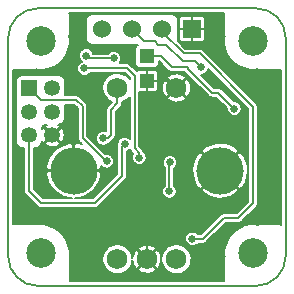
<source format=gtl>
G04 (created by PCBNEW (2013-02-04 BZR 3930)-testing) date Tue 05 Feb 2013 12:34:07 PM CET*
%MOIN*%
G04 Gerber Fmt 3.4, Leading zero omitted, Abs format*
%FSLAX34Y34*%
G01*
G70*
G90*
G04 APERTURE LIST*
%ADD10C,3.14961e-06*%
%ADD11C,0.00787402*%
%ADD12C,0.0688976*%
%ADD13C,0.15748*%
%ADD14O,0.15748X0.15748*%
%ADD15R,0.06X0.06*%
%ADD16C,0.06*%
%ADD17R,0.0531496X0.0531496*%
%ADD18C,0.0531496*%
%ADD19C,0.0984252*%
%ADD20R,0.0472X0.0472*%
%ADD21C,0.025*%
%ADD22C,0.008*%
G04 APERTURE END LIST*
G54D10*
G54D11*
X48129Y-33562D02*
X40846Y-33562D01*
X49114Y-41830D02*
X49114Y-34547D01*
X40846Y-42814D02*
X48129Y-42814D01*
X39862Y-34547D02*
X39862Y-41830D01*
X39862Y-41830D02*
G75*
G03X40846Y-42814I984J0D01*
G74*
G01*
X48129Y-42814D02*
G75*
G03X49114Y-41830I0J984D01*
G74*
G01*
X49114Y-34547D02*
G75*
G03X48129Y-33562I-984J0D01*
G74*
G01*
X40846Y-33562D02*
G75*
G03X39862Y-34547I0J-984D01*
G74*
G01*
G54D12*
X43503Y-41929D03*
X45472Y-41929D03*
X44488Y-41929D03*
X45472Y-36220D03*
X43503Y-36220D03*
G54D13*
X46929Y-38976D03*
G54D14*
X42047Y-38976D03*
G54D15*
X45988Y-34251D03*
G54D16*
X44988Y-34251D03*
X43988Y-34251D03*
X42988Y-34251D03*
G54D17*
X40551Y-36220D03*
G54D18*
X41338Y-36220D03*
X40551Y-37007D03*
X41338Y-37007D03*
X40551Y-37795D03*
X41338Y-37795D03*
G54D19*
X48031Y-34645D03*
X40944Y-41732D03*
X40944Y-34645D03*
X48031Y-41732D03*
G54D20*
X44488Y-35157D03*
X44488Y-35983D03*
G54D21*
X43031Y-37893D03*
X43149Y-38661D03*
X42401Y-35570D03*
X44232Y-38543D03*
X45255Y-38700D03*
X45236Y-39665D03*
X46299Y-35531D03*
X43740Y-38090D03*
X43937Y-38956D03*
X47401Y-36909D03*
X43385Y-35236D03*
X42460Y-35137D03*
X46000Y-41248D03*
G54D22*
X43503Y-36732D02*
X43287Y-36948D01*
X43287Y-36948D02*
X43287Y-37795D01*
X43503Y-36220D02*
X43503Y-36732D01*
X43188Y-37893D02*
X43287Y-37795D01*
X43031Y-37893D02*
X43188Y-37893D01*
X42342Y-37893D02*
X43110Y-38661D01*
X42342Y-36830D02*
X42342Y-37893D01*
X42125Y-36614D02*
X42342Y-36830D01*
X40944Y-36614D02*
X42125Y-36614D01*
X40944Y-36614D02*
X40551Y-36220D01*
X43110Y-38661D02*
X43149Y-38661D01*
X44074Y-38228D02*
X44232Y-38385D01*
X44074Y-35807D02*
X44074Y-38228D01*
X43818Y-35551D02*
X44074Y-35807D01*
X42421Y-35551D02*
X43818Y-35551D01*
X42401Y-35570D02*
X42421Y-35551D01*
X44232Y-38385D02*
X44232Y-38543D01*
X45236Y-38720D02*
X45255Y-38700D01*
X45236Y-39665D02*
X45236Y-38720D01*
X45137Y-34783D02*
X44862Y-34783D01*
X45137Y-34783D02*
X45688Y-35334D01*
X45688Y-35334D02*
X46102Y-35334D01*
X46102Y-35334D02*
X46299Y-35531D01*
X44401Y-34665D02*
X43988Y-34251D01*
X44744Y-34665D02*
X44401Y-34665D01*
X44862Y-34783D02*
X44744Y-34665D01*
X40551Y-39645D02*
X40551Y-37795D01*
X40964Y-40059D02*
X40551Y-39645D01*
X42755Y-40059D02*
X40964Y-40059D01*
X43661Y-39153D02*
X42755Y-40059D01*
X43661Y-38169D02*
X43661Y-39153D01*
X43740Y-38090D02*
X43661Y-38169D01*
X44488Y-35983D02*
X45235Y-35983D01*
X45235Y-35983D02*
X45472Y-36220D01*
X44488Y-38956D02*
X43937Y-38956D01*
X45374Y-36318D02*
X45472Y-36220D01*
X44488Y-41929D02*
X44488Y-38956D01*
X44488Y-38956D02*
X44488Y-37204D01*
X44488Y-37204D02*
X45472Y-36220D01*
X47401Y-36909D02*
X47401Y-36909D01*
X46653Y-36377D02*
X46870Y-36377D01*
X46870Y-36377D02*
X47401Y-36909D01*
X45905Y-35629D02*
X45807Y-35531D01*
X45905Y-35629D02*
X46653Y-36377D01*
X44941Y-35157D02*
X44488Y-35157D01*
X45314Y-35531D02*
X44941Y-35157D01*
X45807Y-35531D02*
X45314Y-35531D01*
X42559Y-35236D02*
X43385Y-35236D01*
X42460Y-35137D02*
X42559Y-35236D01*
X46250Y-35068D02*
X45706Y-35068D01*
X45706Y-35068D02*
X44988Y-34350D01*
X46350Y-41248D02*
X47047Y-40551D01*
X48031Y-36850D02*
X46250Y-35068D01*
X47047Y-40551D02*
X47539Y-40551D01*
X47539Y-40551D02*
X48031Y-40059D01*
X48031Y-40059D02*
X48031Y-36850D01*
X46000Y-41248D02*
X46350Y-41248D01*
G54D10*
G36*
X48956Y-40771D02*
X48919Y-40767D01*
X48226Y-40767D01*
X48190Y-40771D01*
X48190Y-40059D01*
X48190Y-36850D01*
X48189Y-36835D01*
X48188Y-36821D01*
X48187Y-36820D01*
X48187Y-36819D01*
X48183Y-36805D01*
X48179Y-36791D01*
X48179Y-36790D01*
X48178Y-36789D01*
X48171Y-36776D01*
X48165Y-36763D01*
X48164Y-36762D01*
X48164Y-36762D01*
X48154Y-36750D01*
X48145Y-36739D01*
X48144Y-36738D01*
X48144Y-36738D01*
X48144Y-36738D01*
X48144Y-36737D01*
X46426Y-35019D01*
X46426Y-34539D01*
X46426Y-33964D01*
X46425Y-33937D01*
X46420Y-33911D01*
X46409Y-33886D01*
X46394Y-33863D01*
X46375Y-33844D01*
X46353Y-33829D01*
X46328Y-33819D01*
X46301Y-33814D01*
X46032Y-33814D01*
X45998Y-33848D01*
X45998Y-34242D01*
X46391Y-34242D01*
X46425Y-34207D01*
X46426Y-33964D01*
X46426Y-34539D01*
X46425Y-34296D01*
X46391Y-34261D01*
X45998Y-34261D01*
X45998Y-34655D01*
X46032Y-34689D01*
X46301Y-34689D01*
X46328Y-34684D01*
X46353Y-34674D01*
X46375Y-34659D01*
X46394Y-34640D01*
X46409Y-34617D01*
X46420Y-34592D01*
X46425Y-34566D01*
X46426Y-34539D01*
X46426Y-35019D01*
X46362Y-34956D01*
X46351Y-34946D01*
X46340Y-34937D01*
X46339Y-34936D01*
X46338Y-34936D01*
X46325Y-34929D01*
X46312Y-34922D01*
X46311Y-34922D01*
X46311Y-34921D01*
X46297Y-34917D01*
X46283Y-34913D01*
X46282Y-34912D01*
X46281Y-34912D01*
X46266Y-34911D01*
X46252Y-34909D01*
X46250Y-34909D01*
X46250Y-34909D01*
X46250Y-34909D01*
X46250Y-34909D01*
X45978Y-34909D01*
X45978Y-34655D01*
X45978Y-34261D01*
X45978Y-34242D01*
X45978Y-33848D01*
X45943Y-33814D01*
X45674Y-33814D01*
X45648Y-33819D01*
X45623Y-33829D01*
X45600Y-33844D01*
X45581Y-33863D01*
X45566Y-33886D01*
X45555Y-33911D01*
X45550Y-33937D01*
X45550Y-33964D01*
X45550Y-34207D01*
X45584Y-34242D01*
X45978Y-34242D01*
X45978Y-34261D01*
X45584Y-34261D01*
X45550Y-34296D01*
X45550Y-34539D01*
X45550Y-34566D01*
X45555Y-34592D01*
X45566Y-34617D01*
X45581Y-34640D01*
X45600Y-34659D01*
X45623Y-34674D01*
X45648Y-34684D01*
X45674Y-34689D01*
X45943Y-34689D01*
X45978Y-34655D01*
X45978Y-34909D01*
X45772Y-34909D01*
X45509Y-34646D01*
X45513Y-34637D01*
X45527Y-34593D01*
X45531Y-34549D01*
X45531Y-33994D01*
X45527Y-33949D01*
X45513Y-33905D01*
X45491Y-33864D01*
X45462Y-33828D01*
X45426Y-33799D01*
X45385Y-33777D01*
X45341Y-33764D01*
X45297Y-33759D01*
X42675Y-33759D01*
X42631Y-33764D01*
X42586Y-33777D01*
X42545Y-33799D01*
X42509Y-33828D01*
X42480Y-33864D01*
X42458Y-33905D01*
X42445Y-33949D01*
X42440Y-33994D01*
X42440Y-34549D01*
X42445Y-34593D01*
X42458Y-34637D01*
X42480Y-34678D01*
X42509Y-34714D01*
X42545Y-34743D01*
X42586Y-34765D01*
X42631Y-34779D01*
X42675Y-34783D01*
X44175Y-34783D01*
X44152Y-34799D01*
X44130Y-34820D01*
X44112Y-34846D01*
X44101Y-34875D01*
X44094Y-34905D01*
X44094Y-34936D01*
X44094Y-35409D01*
X44100Y-35439D01*
X44112Y-35468D01*
X44129Y-35493D01*
X44151Y-35515D01*
X44176Y-35533D01*
X44205Y-35545D01*
X44235Y-35551D01*
X44266Y-35551D01*
X44739Y-35551D01*
X44769Y-35545D01*
X44798Y-35533D01*
X44824Y-35516D01*
X44846Y-35494D01*
X44863Y-35469D01*
X44875Y-35440D01*
X44881Y-35410D01*
X44881Y-35379D01*
X44881Y-35323D01*
X45202Y-35644D01*
X45213Y-35653D01*
X45224Y-35662D01*
X45225Y-35663D01*
X45226Y-35663D01*
X45239Y-35670D01*
X45252Y-35677D01*
X45252Y-35678D01*
X45253Y-35678D01*
X45267Y-35682D01*
X45281Y-35687D01*
X45282Y-35687D01*
X45283Y-35687D01*
X45298Y-35689D01*
X45312Y-35690D01*
X45314Y-35690D01*
X45314Y-35690D01*
X45314Y-35690D01*
X45314Y-35690D01*
X45741Y-35690D01*
X45792Y-35742D01*
X46540Y-36490D01*
X46552Y-36499D01*
X46563Y-36509D01*
X46564Y-36509D01*
X46564Y-36510D01*
X46577Y-36517D01*
X46590Y-36524D01*
X46591Y-36524D01*
X46592Y-36525D01*
X46606Y-36529D01*
X46620Y-36533D01*
X46621Y-36533D01*
X46622Y-36534D01*
X46636Y-36535D01*
X46651Y-36537D01*
X46652Y-36537D01*
X46652Y-36537D01*
X46653Y-36537D01*
X46653Y-36537D01*
X46804Y-36537D01*
X47157Y-36890D01*
X47156Y-36929D01*
X47165Y-36977D01*
X47183Y-37021D01*
X47209Y-37061D01*
X47242Y-37096D01*
X47281Y-37123D01*
X47325Y-37142D01*
X47372Y-37153D01*
X47420Y-37154D01*
X47467Y-37145D01*
X47512Y-37128D01*
X47552Y-37102D01*
X47587Y-37069D01*
X47615Y-37030D01*
X47634Y-36986D01*
X47645Y-36940D01*
X47645Y-36885D01*
X47636Y-36838D01*
X47618Y-36794D01*
X47591Y-36754D01*
X47558Y-36720D01*
X47518Y-36693D01*
X47474Y-36674D01*
X47427Y-36665D01*
X47382Y-36664D01*
X46982Y-36265D01*
X46971Y-36255D01*
X46960Y-36246D01*
X46959Y-36246D01*
X46958Y-36245D01*
X46945Y-36238D01*
X46932Y-36231D01*
X46932Y-36231D01*
X46931Y-36230D01*
X46917Y-36226D01*
X46903Y-36222D01*
X46902Y-36221D01*
X46901Y-36221D01*
X46886Y-36220D01*
X46872Y-36218D01*
X46870Y-36218D01*
X46870Y-36218D01*
X46870Y-36218D01*
X46870Y-36218D01*
X46719Y-36218D01*
X46276Y-35775D01*
X46318Y-35776D01*
X46365Y-35768D01*
X46409Y-35750D01*
X46450Y-35724D01*
X46485Y-35691D01*
X46512Y-35652D01*
X46532Y-35609D01*
X46538Y-35582D01*
X47872Y-36916D01*
X47872Y-39993D01*
X47858Y-40006D01*
X47858Y-39005D01*
X47846Y-38824D01*
X47799Y-38649D01*
X47719Y-38486D01*
X47686Y-38437D01*
X47569Y-38350D01*
X47555Y-38364D01*
X47555Y-38336D01*
X47467Y-38218D01*
X47310Y-38128D01*
X47138Y-38070D01*
X46958Y-38047D01*
X46777Y-38059D01*
X46601Y-38106D01*
X46439Y-38186D01*
X46390Y-38218D01*
X46303Y-38336D01*
X46929Y-38962D01*
X47555Y-38336D01*
X47555Y-38364D01*
X46943Y-38976D01*
X47569Y-39602D01*
X47686Y-39514D01*
X47777Y-39357D01*
X47835Y-39185D01*
X47858Y-39005D01*
X47858Y-40006D01*
X47555Y-40310D01*
X47555Y-39616D01*
X46929Y-38990D01*
X46915Y-39004D01*
X46915Y-38976D01*
X46289Y-38350D01*
X46171Y-38437D01*
X46081Y-38595D01*
X46023Y-38767D01*
X45999Y-38947D01*
X46011Y-39128D01*
X46058Y-39303D01*
X46139Y-39466D01*
X46171Y-39514D01*
X46289Y-39602D01*
X46915Y-38976D01*
X46915Y-39004D01*
X46303Y-39616D01*
X46390Y-39734D01*
X46548Y-39824D01*
X46720Y-39882D01*
X46900Y-39905D01*
X47081Y-39893D01*
X47256Y-39846D01*
X47419Y-39766D01*
X47467Y-39734D01*
X47555Y-39616D01*
X47555Y-40310D01*
X47473Y-40391D01*
X47047Y-40391D01*
X47032Y-40393D01*
X47017Y-40394D01*
X47017Y-40394D01*
X47016Y-40394D01*
X47002Y-40399D01*
X46988Y-40403D01*
X46987Y-40403D01*
X46986Y-40403D01*
X46973Y-40410D01*
X46960Y-40417D01*
X46959Y-40418D01*
X46959Y-40418D01*
X46947Y-40427D01*
X46936Y-40436D01*
X46934Y-40438D01*
X46934Y-40438D01*
X46934Y-40438D01*
X46934Y-40438D01*
X46283Y-41089D01*
X46186Y-41089D01*
X46156Y-41059D01*
X46116Y-41032D01*
X46072Y-41013D01*
X46025Y-41004D01*
X45977Y-41003D01*
X45956Y-41007D01*
X45956Y-36230D01*
X45949Y-36136D01*
X45924Y-36045D01*
X45881Y-35961D01*
X45870Y-35943D01*
X45797Y-35909D01*
X45783Y-35923D01*
X45783Y-35895D01*
X45749Y-35822D01*
X45666Y-35776D01*
X45576Y-35747D01*
X45482Y-35735D01*
X45388Y-35743D01*
X45297Y-35768D01*
X45213Y-35811D01*
X45195Y-35822D01*
X45161Y-35895D01*
X45472Y-36206D01*
X45783Y-35895D01*
X45783Y-35923D01*
X45486Y-36220D01*
X45797Y-36531D01*
X45870Y-36497D01*
X45916Y-36414D01*
X45945Y-36324D01*
X45956Y-36230D01*
X45956Y-41007D01*
X45930Y-41012D01*
X45886Y-41030D01*
X45846Y-41057D01*
X45811Y-41090D01*
X45784Y-41130D01*
X45783Y-41132D01*
X45783Y-36545D01*
X45472Y-36234D01*
X45458Y-36248D01*
X45458Y-36220D01*
X45147Y-35909D01*
X45074Y-35943D01*
X45028Y-36026D01*
X44999Y-36116D01*
X44987Y-36210D01*
X44995Y-36304D01*
X45020Y-36395D01*
X45063Y-36479D01*
X45074Y-36497D01*
X45147Y-36531D01*
X45458Y-36220D01*
X45458Y-36248D01*
X45161Y-36545D01*
X45195Y-36618D01*
X45278Y-36664D01*
X45368Y-36693D01*
X45461Y-36704D01*
X45556Y-36697D01*
X45647Y-36672D01*
X45731Y-36629D01*
X45749Y-36618D01*
X45783Y-36545D01*
X45783Y-41132D01*
X45765Y-41174D01*
X45755Y-41221D01*
X45755Y-41268D01*
X45763Y-41316D01*
X45781Y-41360D01*
X45807Y-41400D01*
X45840Y-41435D01*
X45880Y-41462D01*
X45924Y-41481D01*
X45970Y-41492D01*
X46018Y-41493D01*
X46066Y-41484D01*
X46110Y-41467D01*
X46151Y-41441D01*
X46185Y-41408D01*
X46186Y-41407D01*
X46350Y-41407D01*
X46364Y-41406D01*
X46379Y-41405D01*
X46380Y-41404D01*
X46380Y-41404D01*
X46395Y-41400D01*
X46409Y-41396D01*
X46409Y-41396D01*
X46410Y-41395D01*
X46423Y-41388D01*
X46436Y-41382D01*
X46437Y-41381D01*
X46438Y-41381D01*
X46449Y-41371D01*
X46461Y-41362D01*
X46462Y-41361D01*
X46462Y-41361D01*
X46462Y-41361D01*
X46462Y-41361D01*
X47113Y-40710D01*
X47539Y-40710D01*
X47554Y-40709D01*
X47568Y-40707D01*
X47569Y-40707D01*
X47570Y-40707D01*
X47584Y-40703D01*
X47598Y-40699D01*
X47599Y-40698D01*
X47600Y-40698D01*
X47613Y-40691D01*
X47626Y-40684D01*
X47626Y-40684D01*
X47627Y-40683D01*
X47638Y-40674D01*
X47650Y-40665D01*
X47651Y-40664D01*
X47651Y-40664D01*
X47651Y-40664D01*
X47652Y-40663D01*
X48144Y-40171D01*
X48153Y-40160D01*
X48162Y-40149D01*
X48163Y-40148D01*
X48163Y-40147D01*
X48170Y-40134D01*
X48177Y-40121D01*
X48178Y-40121D01*
X48178Y-40120D01*
X48182Y-40106D01*
X48187Y-40092D01*
X48187Y-40091D01*
X48187Y-40090D01*
X48189Y-40075D01*
X48190Y-40061D01*
X48190Y-40059D01*
X48190Y-40059D01*
X48190Y-40059D01*
X48190Y-40059D01*
X48190Y-40771D01*
X48182Y-40772D01*
X48169Y-40775D01*
X48132Y-40768D01*
X47943Y-40767D01*
X47757Y-40802D01*
X47582Y-40873D01*
X47424Y-40976D01*
X47289Y-41109D01*
X47182Y-41265D01*
X47107Y-41439D01*
X47068Y-41624D01*
X47065Y-41813D01*
X47075Y-41868D01*
X47071Y-41883D01*
X47066Y-41927D01*
X47066Y-42620D01*
X47070Y-42657D01*
X45974Y-42657D01*
X45974Y-41879D01*
X45955Y-41783D01*
X45917Y-41692D01*
X45863Y-41610D01*
X45793Y-41540D01*
X45712Y-41485D01*
X45621Y-41447D01*
X45525Y-41427D01*
X45500Y-41427D01*
X45500Y-38676D01*
X45490Y-38629D01*
X45472Y-38585D01*
X45446Y-38545D01*
X45412Y-38511D01*
X45372Y-38484D01*
X45328Y-38466D01*
X45281Y-38456D01*
X45233Y-38456D01*
X45186Y-38465D01*
X45142Y-38483D01*
X45102Y-38509D01*
X45067Y-38542D01*
X45040Y-38582D01*
X45021Y-38626D01*
X45011Y-38673D01*
X45011Y-38721D01*
X45019Y-38768D01*
X45037Y-38813D01*
X45063Y-38853D01*
X45076Y-38867D01*
X45076Y-39479D01*
X45048Y-39507D01*
X45021Y-39547D01*
X45002Y-39591D01*
X44992Y-39637D01*
X44991Y-39685D01*
X45000Y-39733D01*
X45017Y-39777D01*
X45043Y-39817D01*
X45077Y-39852D01*
X45116Y-39879D01*
X45160Y-39898D01*
X45207Y-39909D01*
X45255Y-39910D01*
X45302Y-39901D01*
X45346Y-39884D01*
X45387Y-39858D01*
X45422Y-39825D01*
X45449Y-39786D01*
X45469Y-39742D01*
X45479Y-39696D01*
X45480Y-39641D01*
X45471Y-39594D01*
X45453Y-39550D01*
X45426Y-39510D01*
X45395Y-39479D01*
X45395Y-38901D01*
X45407Y-38894D01*
X45441Y-38861D01*
X45469Y-38822D01*
X45488Y-38778D01*
X45499Y-38731D01*
X45500Y-38676D01*
X45500Y-41427D01*
X45426Y-41426D01*
X45330Y-41445D01*
X45238Y-41482D01*
X45156Y-41536D01*
X45086Y-41604D01*
X45030Y-41686D01*
X44991Y-41776D01*
X44971Y-41872D01*
X44970Y-41912D01*
X44965Y-41845D01*
X44940Y-41754D01*
X44897Y-41669D01*
X44885Y-41652D01*
X44861Y-41640D01*
X44861Y-36233D01*
X44861Y-35734D01*
X44856Y-35707D01*
X44846Y-35682D01*
X44831Y-35660D01*
X44812Y-35641D01*
X44790Y-35626D01*
X44765Y-35615D01*
X44738Y-35610D01*
X44711Y-35609D01*
X44532Y-35610D01*
X44498Y-35644D01*
X44498Y-35974D01*
X44827Y-35974D01*
X44861Y-35939D01*
X44861Y-35734D01*
X44861Y-36233D01*
X44861Y-36028D01*
X44827Y-35993D01*
X44498Y-35993D01*
X44498Y-36323D01*
X44532Y-36357D01*
X44711Y-36357D01*
X44738Y-36357D01*
X44765Y-36352D01*
X44790Y-36341D01*
X44812Y-36326D01*
X44831Y-36307D01*
X44846Y-36284D01*
X44856Y-36259D01*
X44861Y-36233D01*
X44861Y-41640D01*
X44813Y-41617D01*
X44799Y-41631D01*
X44799Y-41603D01*
X44765Y-41531D01*
X44682Y-41485D01*
X44592Y-41455D01*
X44498Y-41444D01*
X44478Y-41446D01*
X44478Y-36033D01*
X44478Y-35934D01*
X44478Y-35934D01*
X44478Y-35644D01*
X44443Y-35610D01*
X44264Y-35609D01*
X44237Y-35610D01*
X44211Y-35615D01*
X44186Y-35626D01*
X44163Y-35641D01*
X44149Y-35656D01*
X43931Y-35438D01*
X43920Y-35429D01*
X43908Y-35419D01*
X43908Y-35419D01*
X43907Y-35418D01*
X43894Y-35411D01*
X43881Y-35404D01*
X43880Y-35404D01*
X43880Y-35404D01*
X43866Y-35399D01*
X43852Y-35395D01*
X43851Y-35395D01*
X43850Y-35394D01*
X43835Y-35393D01*
X43821Y-35391D01*
X43819Y-35391D01*
X43819Y-35391D01*
X43819Y-35391D01*
X43818Y-35391D01*
X43575Y-35391D01*
X43599Y-35357D01*
X43618Y-35313D01*
X43629Y-35266D01*
X43630Y-35212D01*
X43620Y-35165D01*
X43602Y-35120D01*
X43576Y-35081D01*
X43542Y-35047D01*
X43502Y-35020D01*
X43458Y-35001D01*
X43411Y-34992D01*
X43363Y-34991D01*
X43316Y-35000D01*
X43272Y-35018D01*
X43231Y-35044D01*
X43199Y-35076D01*
X42697Y-35076D01*
X42695Y-35066D01*
X42677Y-35022D01*
X42650Y-34982D01*
X42617Y-34948D01*
X42577Y-34921D01*
X42533Y-34903D01*
X42486Y-34893D01*
X42438Y-34893D01*
X42391Y-34902D01*
X42346Y-34920D01*
X42306Y-34946D01*
X42272Y-34979D01*
X42245Y-35019D01*
X42226Y-35063D01*
X42216Y-35110D01*
X42215Y-35158D01*
X42224Y-35205D01*
X42242Y-35250D01*
X42268Y-35290D01*
X42301Y-35324D01*
X42322Y-35339D01*
X42287Y-35353D01*
X42247Y-35379D01*
X42213Y-35413D01*
X42186Y-35452D01*
X42167Y-35496D01*
X42157Y-35543D01*
X42156Y-35591D01*
X42165Y-35638D01*
X42183Y-35683D01*
X42209Y-35723D01*
X42242Y-35757D01*
X42281Y-35785D01*
X42325Y-35804D01*
X42372Y-35814D01*
X42420Y-35815D01*
X42467Y-35807D01*
X42512Y-35790D01*
X42552Y-35764D01*
X42587Y-35731D01*
X42602Y-35710D01*
X43752Y-35710D01*
X43915Y-35873D01*
X43915Y-35932D01*
X43894Y-35901D01*
X43825Y-35831D01*
X43743Y-35776D01*
X43653Y-35738D01*
X43556Y-35718D01*
X43458Y-35718D01*
X43361Y-35736D01*
X43270Y-35773D01*
X43187Y-35827D01*
X43117Y-35896D01*
X43061Y-35977D01*
X43023Y-36067D01*
X43002Y-36164D01*
X43001Y-36262D01*
X43019Y-36359D01*
X43055Y-36451D01*
X43108Y-36533D01*
X43177Y-36604D01*
X43257Y-36660D01*
X43322Y-36688D01*
X43174Y-36836D01*
X43165Y-36847D01*
X43155Y-36858D01*
X43155Y-36859D01*
X43154Y-36860D01*
X43148Y-36873D01*
X43140Y-36886D01*
X43140Y-36886D01*
X43140Y-36887D01*
X43135Y-36901D01*
X43131Y-36915D01*
X43131Y-36916D01*
X43131Y-36917D01*
X43129Y-36931D01*
X43128Y-36946D01*
X43128Y-36948D01*
X43128Y-36948D01*
X43128Y-36948D01*
X43128Y-36948D01*
X43128Y-37669D01*
X43104Y-37659D01*
X43057Y-37649D01*
X43009Y-37649D01*
X42962Y-37658D01*
X42917Y-37676D01*
X42877Y-37702D01*
X42843Y-37735D01*
X42816Y-37775D01*
X42797Y-37819D01*
X42787Y-37866D01*
X42786Y-37914D01*
X42795Y-37961D01*
X42813Y-38005D01*
X42839Y-38046D01*
X42872Y-38080D01*
X42911Y-38108D01*
X42955Y-38127D01*
X43002Y-38137D01*
X43050Y-38138D01*
X43097Y-38130D01*
X43142Y-38112D01*
X43182Y-38087D01*
X43217Y-38054D01*
X43220Y-38049D01*
X43234Y-38045D01*
X43248Y-38041D01*
X43248Y-38041D01*
X43249Y-38041D01*
X43262Y-38034D01*
X43275Y-38027D01*
X43276Y-38026D01*
X43277Y-38026D01*
X43288Y-38017D01*
X43300Y-38007D01*
X43301Y-38006D01*
X43301Y-38006D01*
X43301Y-38006D01*
X43301Y-38006D01*
X43400Y-37907D01*
X43409Y-37896D01*
X43418Y-37885D01*
X43419Y-37884D01*
X43419Y-37883D01*
X43426Y-37870D01*
X43433Y-37858D01*
X43434Y-37857D01*
X43434Y-37856D01*
X43438Y-37842D01*
X43443Y-37828D01*
X43443Y-37827D01*
X43443Y-37826D01*
X43445Y-37812D01*
X43446Y-37797D01*
X43446Y-37795D01*
X43446Y-37795D01*
X43446Y-37795D01*
X43446Y-37795D01*
X43446Y-37014D01*
X43616Y-36844D01*
X43625Y-36833D01*
X43635Y-36822D01*
X43635Y-36821D01*
X43636Y-36820D01*
X43643Y-36807D01*
X43650Y-36795D01*
X43650Y-36794D01*
X43651Y-36793D01*
X43655Y-36779D01*
X43659Y-36765D01*
X43659Y-36764D01*
X43660Y-36763D01*
X43661Y-36749D01*
X43663Y-36734D01*
X43663Y-36732D01*
X43663Y-36732D01*
X43663Y-36732D01*
X43663Y-36732D01*
X43663Y-36697D01*
X43731Y-36670D01*
X43814Y-36617D01*
X43885Y-36550D01*
X43915Y-36507D01*
X43915Y-37920D01*
X43896Y-37901D01*
X43856Y-37874D01*
X43812Y-37855D01*
X43765Y-37846D01*
X43717Y-37846D01*
X43670Y-37854D01*
X43626Y-37872D01*
X43586Y-37899D01*
X43552Y-37932D01*
X43524Y-37972D01*
X43506Y-38016D01*
X43496Y-38063D01*
X43495Y-38111D01*
X43503Y-38154D01*
X43502Y-38167D01*
X43502Y-38168D01*
X43502Y-38168D01*
X43502Y-38168D01*
X43502Y-38169D01*
X43502Y-39087D01*
X42959Y-39630D01*
X42689Y-39899D01*
X42096Y-39899D01*
X42096Y-39872D01*
X42201Y-39888D01*
X42375Y-39841D01*
X42537Y-39760D01*
X42680Y-39650D01*
X42799Y-39514D01*
X42889Y-39358D01*
X42948Y-39187D01*
X42959Y-39130D01*
X42937Y-38986D01*
X42096Y-38986D01*
X42096Y-38985D01*
X42037Y-38985D01*
X42037Y-38966D01*
X42037Y-38085D01*
X41892Y-38064D01*
X41744Y-38104D01*
X41744Y-37802D01*
X41737Y-37723D01*
X41716Y-37647D01*
X41680Y-37576D01*
X41672Y-37564D01*
X41607Y-37539D01*
X41352Y-37795D01*
X41607Y-38050D01*
X41672Y-38025D01*
X41710Y-37956D01*
X41734Y-37881D01*
X41744Y-37802D01*
X41744Y-38104D01*
X41718Y-38111D01*
X41593Y-38173D01*
X41593Y-38064D01*
X41338Y-37809D01*
X41083Y-38064D01*
X41108Y-38129D01*
X41177Y-38167D01*
X41252Y-38191D01*
X41331Y-38200D01*
X41410Y-38194D01*
X41486Y-38172D01*
X41556Y-38136D01*
X41568Y-38129D01*
X41593Y-38064D01*
X41593Y-38173D01*
X41556Y-38191D01*
X41413Y-38302D01*
X41294Y-38437D01*
X41204Y-38594D01*
X41146Y-38765D01*
X41135Y-38821D01*
X41156Y-38966D01*
X42037Y-38966D01*
X42037Y-38985D01*
X41997Y-38985D01*
X41997Y-38986D01*
X41156Y-38986D01*
X41135Y-39130D01*
X41146Y-39187D01*
X41204Y-39358D01*
X41294Y-39514D01*
X41413Y-39650D01*
X41556Y-39760D01*
X41718Y-39841D01*
X41892Y-39888D01*
X41997Y-39872D01*
X41997Y-39899D01*
X41030Y-39899D01*
X40710Y-39579D01*
X40710Y-38228D01*
X40749Y-38228D01*
X40794Y-38223D01*
X40838Y-38210D01*
X40879Y-38188D01*
X40915Y-38159D01*
X40944Y-38123D01*
X40966Y-38082D01*
X40979Y-38038D01*
X40984Y-37994D01*
X40984Y-37988D01*
X40996Y-38013D01*
X41004Y-38025D01*
X41069Y-38050D01*
X41324Y-37795D01*
X41069Y-37539D01*
X41004Y-37564D01*
X40984Y-37602D01*
X40984Y-37600D01*
X40987Y-37567D01*
X40996Y-37538D01*
X41010Y-37511D01*
X41030Y-37487D01*
X41054Y-37467D01*
X41081Y-37453D01*
X41111Y-37444D01*
X41143Y-37440D01*
X41145Y-37440D01*
X41120Y-37453D01*
X41108Y-37461D01*
X41083Y-37526D01*
X41338Y-37781D01*
X41593Y-37526D01*
X41568Y-37461D01*
X41531Y-37440D01*
X41537Y-37440D01*
X41581Y-37436D01*
X41625Y-37423D01*
X41666Y-37401D01*
X41702Y-37371D01*
X41732Y-37336D01*
X41753Y-37295D01*
X41767Y-37250D01*
X41771Y-37206D01*
X41771Y-36773D01*
X42059Y-36773D01*
X42183Y-36896D01*
X42183Y-37893D01*
X42184Y-37908D01*
X42185Y-37923D01*
X42186Y-37923D01*
X42186Y-37924D01*
X42190Y-37938D01*
X42194Y-37952D01*
X42194Y-37953D01*
X42195Y-37954D01*
X42202Y-37967D01*
X42208Y-37980D01*
X42209Y-37981D01*
X42209Y-37981D01*
X42219Y-37993D01*
X42228Y-38004D01*
X42229Y-38005D01*
X42229Y-38005D01*
X42229Y-38006D01*
X42229Y-38006D01*
X42319Y-38096D01*
X42201Y-38064D01*
X42057Y-38085D01*
X42057Y-38966D01*
X42937Y-38966D01*
X42959Y-38821D01*
X42958Y-38814D01*
X42990Y-38848D01*
X43029Y-38875D01*
X43073Y-38894D01*
X43120Y-38905D01*
X43168Y-38906D01*
X43215Y-38897D01*
X43260Y-38880D01*
X43300Y-38854D01*
X43335Y-38821D01*
X43363Y-38782D01*
X43382Y-38738D01*
X43393Y-38692D01*
X43393Y-38637D01*
X43384Y-38590D01*
X43366Y-38546D01*
X43339Y-38506D01*
X43306Y-38472D01*
X43266Y-38445D01*
X43222Y-38426D01*
X43175Y-38417D01*
X43127Y-38416D01*
X43096Y-38422D01*
X42501Y-37827D01*
X42501Y-36830D01*
X42500Y-36816D01*
X42499Y-36801D01*
X42498Y-36800D01*
X42498Y-36799D01*
X42494Y-36785D01*
X42490Y-36771D01*
X42490Y-36770D01*
X42489Y-36769D01*
X42482Y-36756D01*
X42476Y-36743D01*
X42475Y-36743D01*
X42475Y-36742D01*
X42465Y-36731D01*
X42456Y-36719D01*
X42455Y-36718D01*
X42455Y-36718D01*
X42455Y-36718D01*
X42455Y-36718D01*
X42238Y-36501D01*
X42227Y-36492D01*
X42216Y-36482D01*
X42215Y-36482D01*
X42214Y-36481D01*
X42201Y-36474D01*
X42188Y-36467D01*
X42187Y-36467D01*
X42187Y-36467D01*
X42173Y-36462D01*
X42159Y-36458D01*
X42158Y-36458D01*
X42157Y-36457D01*
X42142Y-36456D01*
X42128Y-36454D01*
X42126Y-36454D01*
X42126Y-36454D01*
X42126Y-36454D01*
X42125Y-36454D01*
X41771Y-36454D01*
X41771Y-36021D01*
X41767Y-35977D01*
X41753Y-35933D01*
X41732Y-35892D01*
X41702Y-35856D01*
X41666Y-35827D01*
X41625Y-35805D01*
X41581Y-35791D01*
X41537Y-35787D01*
X40352Y-35787D01*
X40308Y-35791D01*
X40263Y-35805D01*
X40222Y-35827D01*
X40187Y-35856D01*
X40157Y-35892D01*
X40135Y-35933D01*
X40122Y-35977D01*
X40118Y-36021D01*
X40118Y-37994D01*
X40122Y-38038D01*
X40135Y-38082D01*
X40157Y-38123D01*
X40187Y-38159D01*
X40222Y-38188D01*
X40263Y-38210D01*
X40308Y-38223D01*
X40352Y-38228D01*
X40391Y-38228D01*
X40391Y-39645D01*
X40393Y-39660D01*
X40394Y-39674D01*
X40394Y-39675D01*
X40394Y-39676D01*
X40399Y-39690D01*
X40403Y-39704D01*
X40403Y-39705D01*
X40403Y-39706D01*
X40410Y-39719D01*
X40417Y-39732D01*
X40418Y-39733D01*
X40418Y-39733D01*
X40427Y-39745D01*
X40436Y-39756D01*
X40438Y-39757D01*
X40438Y-39757D01*
X40438Y-39757D01*
X40438Y-39758D01*
X40851Y-40171D01*
X40863Y-40181D01*
X40874Y-40190D01*
X40875Y-40190D01*
X40875Y-40191D01*
X40888Y-40198D01*
X40901Y-40205D01*
X40902Y-40205D01*
X40903Y-40206D01*
X40917Y-40210D01*
X40931Y-40214D01*
X40932Y-40215D01*
X40933Y-40215D01*
X40947Y-40216D01*
X40962Y-40218D01*
X40963Y-40218D01*
X40964Y-40218D01*
X40964Y-40218D01*
X40964Y-40218D01*
X42755Y-40218D01*
X42770Y-40216D01*
X42785Y-40215D01*
X42786Y-40215D01*
X42786Y-40215D01*
X42800Y-40211D01*
X42815Y-40207D01*
X42815Y-40206D01*
X42816Y-40206D01*
X42829Y-40199D01*
X42842Y-40192D01*
X42843Y-40192D01*
X42844Y-40191D01*
X42855Y-40182D01*
X42867Y-40173D01*
X42868Y-40172D01*
X42868Y-40172D01*
X42868Y-40172D01*
X42868Y-40171D01*
X43774Y-39266D01*
X43783Y-39254D01*
X43792Y-39243D01*
X43793Y-39242D01*
X43793Y-39242D01*
X43800Y-39229D01*
X43807Y-39216D01*
X43808Y-39215D01*
X43808Y-39214D01*
X43812Y-39200D01*
X43817Y-39186D01*
X43817Y-39185D01*
X43817Y-39185D01*
X43819Y-39170D01*
X43820Y-39155D01*
X43820Y-39154D01*
X43820Y-39154D01*
X43820Y-39154D01*
X43820Y-39153D01*
X43820Y-38321D01*
X43850Y-38309D01*
X43891Y-38284D01*
X43918Y-38258D01*
X43918Y-38258D01*
X43918Y-38259D01*
X43922Y-38273D01*
X43926Y-38287D01*
X43927Y-38288D01*
X43927Y-38289D01*
X43934Y-38302D01*
X43941Y-38315D01*
X43941Y-38315D01*
X43942Y-38316D01*
X43951Y-38327D01*
X43960Y-38339D01*
X43961Y-38340D01*
X43961Y-38340D01*
X43961Y-38340D01*
X43962Y-38341D01*
X44028Y-38407D01*
X44017Y-38425D01*
X43998Y-38469D01*
X43988Y-38515D01*
X43987Y-38563D01*
X43996Y-38610D01*
X44013Y-38655D01*
X44039Y-38695D01*
X44073Y-38730D01*
X44112Y-38757D01*
X44156Y-38776D01*
X44203Y-38787D01*
X44251Y-38788D01*
X44298Y-38779D01*
X44342Y-38762D01*
X44383Y-38736D01*
X44418Y-38703D01*
X44445Y-38664D01*
X44465Y-38620D01*
X44475Y-38574D01*
X44476Y-38519D01*
X44467Y-38472D01*
X44449Y-38428D01*
X44422Y-38388D01*
X44388Y-38354D01*
X44388Y-38353D01*
X44384Y-38340D01*
X44380Y-38326D01*
X44379Y-38325D01*
X44379Y-38325D01*
X44372Y-38312D01*
X44365Y-38299D01*
X44365Y-38298D01*
X44365Y-38297D01*
X44355Y-38286D01*
X44346Y-38274D01*
X44345Y-38273D01*
X44345Y-38273D01*
X44345Y-38273D01*
X44344Y-38273D01*
X44234Y-38162D01*
X44234Y-36356D01*
X44237Y-36357D01*
X44264Y-36357D01*
X44443Y-36357D01*
X44478Y-36323D01*
X44478Y-36033D01*
X44478Y-36033D01*
X44478Y-41446D01*
X44478Y-41446D01*
X44404Y-41451D01*
X44313Y-41477D01*
X44228Y-41519D01*
X44211Y-41531D01*
X44176Y-41603D01*
X44488Y-41915D01*
X44799Y-41603D01*
X44799Y-41631D01*
X44502Y-41929D01*
X44813Y-42240D01*
X44885Y-42205D01*
X44932Y-42123D01*
X44961Y-42033D01*
X44969Y-41962D01*
X44969Y-41971D01*
X44987Y-42068D01*
X45023Y-42159D01*
X45077Y-42242D01*
X45145Y-42313D01*
X45226Y-42369D01*
X45316Y-42408D01*
X45412Y-42429D01*
X45511Y-42432D01*
X45608Y-42414D01*
X45699Y-42379D01*
X45782Y-42326D01*
X45854Y-42258D01*
X45911Y-42178D01*
X45951Y-42088D01*
X45972Y-41992D01*
X45974Y-41879D01*
X45974Y-42657D01*
X44799Y-42657D01*
X44799Y-42254D01*
X44488Y-41943D01*
X44474Y-41956D01*
X44474Y-41929D01*
X44162Y-41617D01*
X44090Y-41652D01*
X44044Y-41734D01*
X44014Y-41824D01*
X44005Y-41902D01*
X44005Y-41879D01*
X43986Y-41783D01*
X43949Y-41692D01*
X43894Y-41610D01*
X43825Y-41540D01*
X43743Y-41485D01*
X43653Y-41447D01*
X43556Y-41427D01*
X43458Y-41426D01*
X43361Y-41445D01*
X43270Y-41482D01*
X43187Y-41536D01*
X43117Y-41604D01*
X43061Y-41686D01*
X43023Y-41776D01*
X43002Y-41872D01*
X43001Y-41971D01*
X43019Y-42068D01*
X43055Y-42159D01*
X43108Y-42242D01*
X43177Y-42313D01*
X43257Y-42369D01*
X43348Y-42408D01*
X43444Y-42429D01*
X43542Y-42432D01*
X43639Y-42414D01*
X43731Y-42379D01*
X43814Y-42326D01*
X43885Y-42258D01*
X43942Y-42178D01*
X43982Y-42088D01*
X44004Y-41992D01*
X44005Y-41937D01*
X44010Y-42012D01*
X44036Y-42104D01*
X44078Y-42188D01*
X44090Y-42205D01*
X44162Y-42240D01*
X44474Y-41929D01*
X44474Y-41956D01*
X44176Y-42254D01*
X44211Y-42326D01*
X44293Y-42373D01*
X44383Y-42402D01*
X44477Y-42413D01*
X44572Y-42406D01*
X44663Y-42381D01*
X44747Y-42338D01*
X44765Y-42326D01*
X44799Y-42254D01*
X44799Y-42657D01*
X41909Y-42657D01*
X41909Y-41692D01*
X41908Y-41692D01*
X41909Y-41637D01*
X41872Y-41452D01*
X41800Y-41277D01*
X41695Y-41119D01*
X41562Y-40985D01*
X41405Y-40879D01*
X41231Y-40806D01*
X41046Y-40768D01*
X40984Y-40767D01*
X40984Y-40767D01*
X40954Y-40767D01*
X40857Y-40767D01*
X40853Y-40767D01*
X40019Y-40767D01*
X40019Y-35606D01*
X40057Y-35610D01*
X40749Y-35610D01*
X40794Y-35605D01*
X40805Y-35602D01*
X40830Y-35608D01*
X41019Y-35612D01*
X41205Y-35579D01*
X41381Y-35510D01*
X41541Y-35409D01*
X41678Y-35278D01*
X41787Y-35124D01*
X41864Y-34951D01*
X41906Y-34767D01*
X41909Y-34551D01*
X41901Y-34508D01*
X41905Y-34494D01*
X41909Y-34450D01*
X41909Y-33757D01*
X41905Y-33720D01*
X47070Y-33720D01*
X47066Y-33757D01*
X47066Y-34450D01*
X47071Y-34494D01*
X47074Y-34506D01*
X47068Y-34537D01*
X47065Y-34726D01*
X47099Y-34912D01*
X47169Y-35088D01*
X47271Y-35247D01*
X47403Y-35383D01*
X47558Y-35491D01*
X47731Y-35567D01*
X47916Y-35608D01*
X48105Y-35612D01*
X48166Y-35601D01*
X48182Y-35605D01*
X48226Y-35610D01*
X48919Y-35610D01*
X48956Y-35606D01*
X48956Y-40771D01*
X48956Y-40771D01*
G37*
G54D11*
X48956Y-40771D02*
X48919Y-40767D01*
X48226Y-40767D01*
X48190Y-40771D01*
X48190Y-40059D01*
X48190Y-36850D01*
X48189Y-36835D01*
X48188Y-36821D01*
X48187Y-36820D01*
X48187Y-36819D01*
X48183Y-36805D01*
X48179Y-36791D01*
X48179Y-36790D01*
X48178Y-36789D01*
X48171Y-36776D01*
X48165Y-36763D01*
X48164Y-36762D01*
X48164Y-36762D01*
X48154Y-36750D01*
X48145Y-36739D01*
X48144Y-36738D01*
X48144Y-36738D01*
X48144Y-36738D01*
X48144Y-36737D01*
X46426Y-35019D01*
X46426Y-34539D01*
X46426Y-33964D01*
X46425Y-33937D01*
X46420Y-33911D01*
X46409Y-33886D01*
X46394Y-33863D01*
X46375Y-33844D01*
X46353Y-33829D01*
X46328Y-33819D01*
X46301Y-33814D01*
X46032Y-33814D01*
X45998Y-33848D01*
X45998Y-34242D01*
X46391Y-34242D01*
X46425Y-34207D01*
X46426Y-33964D01*
X46426Y-34539D01*
X46425Y-34296D01*
X46391Y-34261D01*
X45998Y-34261D01*
X45998Y-34655D01*
X46032Y-34689D01*
X46301Y-34689D01*
X46328Y-34684D01*
X46353Y-34674D01*
X46375Y-34659D01*
X46394Y-34640D01*
X46409Y-34617D01*
X46420Y-34592D01*
X46425Y-34566D01*
X46426Y-34539D01*
X46426Y-35019D01*
X46362Y-34956D01*
X46351Y-34946D01*
X46340Y-34937D01*
X46339Y-34936D01*
X46338Y-34936D01*
X46325Y-34929D01*
X46312Y-34922D01*
X46311Y-34922D01*
X46311Y-34921D01*
X46297Y-34917D01*
X46283Y-34913D01*
X46282Y-34912D01*
X46281Y-34912D01*
X46266Y-34911D01*
X46252Y-34909D01*
X46250Y-34909D01*
X46250Y-34909D01*
X46250Y-34909D01*
X46250Y-34909D01*
X45978Y-34909D01*
X45978Y-34655D01*
X45978Y-34261D01*
X45978Y-34242D01*
X45978Y-33848D01*
X45943Y-33814D01*
X45674Y-33814D01*
X45648Y-33819D01*
X45623Y-33829D01*
X45600Y-33844D01*
X45581Y-33863D01*
X45566Y-33886D01*
X45555Y-33911D01*
X45550Y-33937D01*
X45550Y-33964D01*
X45550Y-34207D01*
X45584Y-34242D01*
X45978Y-34242D01*
X45978Y-34261D01*
X45584Y-34261D01*
X45550Y-34296D01*
X45550Y-34539D01*
X45550Y-34566D01*
X45555Y-34592D01*
X45566Y-34617D01*
X45581Y-34640D01*
X45600Y-34659D01*
X45623Y-34674D01*
X45648Y-34684D01*
X45674Y-34689D01*
X45943Y-34689D01*
X45978Y-34655D01*
X45978Y-34909D01*
X45772Y-34909D01*
X45509Y-34646D01*
X45513Y-34637D01*
X45527Y-34593D01*
X45531Y-34549D01*
X45531Y-33994D01*
X45527Y-33949D01*
X45513Y-33905D01*
X45491Y-33864D01*
X45462Y-33828D01*
X45426Y-33799D01*
X45385Y-33777D01*
X45341Y-33764D01*
X45297Y-33759D01*
X42675Y-33759D01*
X42631Y-33764D01*
X42586Y-33777D01*
X42545Y-33799D01*
X42509Y-33828D01*
X42480Y-33864D01*
X42458Y-33905D01*
X42445Y-33949D01*
X42440Y-33994D01*
X42440Y-34549D01*
X42445Y-34593D01*
X42458Y-34637D01*
X42480Y-34678D01*
X42509Y-34714D01*
X42545Y-34743D01*
X42586Y-34765D01*
X42631Y-34779D01*
X42675Y-34783D01*
X44175Y-34783D01*
X44152Y-34799D01*
X44130Y-34820D01*
X44112Y-34846D01*
X44101Y-34875D01*
X44094Y-34905D01*
X44094Y-34936D01*
X44094Y-35409D01*
X44100Y-35439D01*
X44112Y-35468D01*
X44129Y-35493D01*
X44151Y-35515D01*
X44176Y-35533D01*
X44205Y-35545D01*
X44235Y-35551D01*
X44266Y-35551D01*
X44739Y-35551D01*
X44769Y-35545D01*
X44798Y-35533D01*
X44824Y-35516D01*
X44846Y-35494D01*
X44863Y-35469D01*
X44875Y-35440D01*
X44881Y-35410D01*
X44881Y-35379D01*
X44881Y-35323D01*
X45202Y-35644D01*
X45213Y-35653D01*
X45224Y-35662D01*
X45225Y-35663D01*
X45226Y-35663D01*
X45239Y-35670D01*
X45252Y-35677D01*
X45252Y-35678D01*
X45253Y-35678D01*
X45267Y-35682D01*
X45281Y-35687D01*
X45282Y-35687D01*
X45283Y-35687D01*
X45298Y-35689D01*
X45312Y-35690D01*
X45314Y-35690D01*
X45314Y-35690D01*
X45314Y-35690D01*
X45314Y-35690D01*
X45741Y-35690D01*
X45792Y-35742D01*
X46540Y-36490D01*
X46552Y-36499D01*
X46563Y-36509D01*
X46564Y-36509D01*
X46564Y-36510D01*
X46577Y-36517D01*
X46590Y-36524D01*
X46591Y-36524D01*
X46592Y-36525D01*
X46606Y-36529D01*
X46620Y-36533D01*
X46621Y-36533D01*
X46622Y-36534D01*
X46636Y-36535D01*
X46651Y-36537D01*
X46652Y-36537D01*
X46652Y-36537D01*
X46653Y-36537D01*
X46653Y-36537D01*
X46804Y-36537D01*
X47157Y-36890D01*
X47156Y-36929D01*
X47165Y-36977D01*
X47183Y-37021D01*
X47209Y-37061D01*
X47242Y-37096D01*
X47281Y-37123D01*
X47325Y-37142D01*
X47372Y-37153D01*
X47420Y-37154D01*
X47467Y-37145D01*
X47512Y-37128D01*
X47552Y-37102D01*
X47587Y-37069D01*
X47615Y-37030D01*
X47634Y-36986D01*
X47645Y-36940D01*
X47645Y-36885D01*
X47636Y-36838D01*
X47618Y-36794D01*
X47591Y-36754D01*
X47558Y-36720D01*
X47518Y-36693D01*
X47474Y-36674D01*
X47427Y-36665D01*
X47382Y-36664D01*
X46982Y-36265D01*
X46971Y-36255D01*
X46960Y-36246D01*
X46959Y-36246D01*
X46958Y-36245D01*
X46945Y-36238D01*
X46932Y-36231D01*
X46932Y-36231D01*
X46931Y-36230D01*
X46917Y-36226D01*
X46903Y-36222D01*
X46902Y-36221D01*
X46901Y-36221D01*
X46886Y-36220D01*
X46872Y-36218D01*
X46870Y-36218D01*
X46870Y-36218D01*
X46870Y-36218D01*
X46870Y-36218D01*
X46719Y-36218D01*
X46276Y-35775D01*
X46318Y-35776D01*
X46365Y-35768D01*
X46409Y-35750D01*
X46450Y-35724D01*
X46485Y-35691D01*
X46512Y-35652D01*
X46532Y-35609D01*
X46538Y-35582D01*
X47872Y-36916D01*
X47872Y-39993D01*
X47858Y-40006D01*
X47858Y-39005D01*
X47846Y-38824D01*
X47799Y-38649D01*
X47719Y-38486D01*
X47686Y-38437D01*
X47569Y-38350D01*
X47555Y-38364D01*
X47555Y-38336D01*
X47467Y-38218D01*
X47310Y-38128D01*
X47138Y-38070D01*
X46958Y-38047D01*
X46777Y-38059D01*
X46601Y-38106D01*
X46439Y-38186D01*
X46390Y-38218D01*
X46303Y-38336D01*
X46929Y-38962D01*
X47555Y-38336D01*
X47555Y-38364D01*
X46943Y-38976D01*
X47569Y-39602D01*
X47686Y-39514D01*
X47777Y-39357D01*
X47835Y-39185D01*
X47858Y-39005D01*
X47858Y-40006D01*
X47555Y-40310D01*
X47555Y-39616D01*
X46929Y-38990D01*
X46915Y-39004D01*
X46915Y-38976D01*
X46289Y-38350D01*
X46171Y-38437D01*
X46081Y-38595D01*
X46023Y-38767D01*
X45999Y-38947D01*
X46011Y-39128D01*
X46058Y-39303D01*
X46139Y-39466D01*
X46171Y-39514D01*
X46289Y-39602D01*
X46915Y-38976D01*
X46915Y-39004D01*
X46303Y-39616D01*
X46390Y-39734D01*
X46548Y-39824D01*
X46720Y-39882D01*
X46900Y-39905D01*
X47081Y-39893D01*
X47256Y-39846D01*
X47419Y-39766D01*
X47467Y-39734D01*
X47555Y-39616D01*
X47555Y-40310D01*
X47473Y-40391D01*
X47047Y-40391D01*
X47032Y-40393D01*
X47017Y-40394D01*
X47017Y-40394D01*
X47016Y-40394D01*
X47002Y-40399D01*
X46988Y-40403D01*
X46987Y-40403D01*
X46986Y-40403D01*
X46973Y-40410D01*
X46960Y-40417D01*
X46959Y-40418D01*
X46959Y-40418D01*
X46947Y-40427D01*
X46936Y-40436D01*
X46934Y-40438D01*
X46934Y-40438D01*
X46934Y-40438D01*
X46934Y-40438D01*
X46283Y-41089D01*
X46186Y-41089D01*
X46156Y-41059D01*
X46116Y-41032D01*
X46072Y-41013D01*
X46025Y-41004D01*
X45977Y-41003D01*
X45956Y-41007D01*
X45956Y-36230D01*
X45949Y-36136D01*
X45924Y-36045D01*
X45881Y-35961D01*
X45870Y-35943D01*
X45797Y-35909D01*
X45783Y-35923D01*
X45783Y-35895D01*
X45749Y-35822D01*
X45666Y-35776D01*
X45576Y-35747D01*
X45482Y-35735D01*
X45388Y-35743D01*
X45297Y-35768D01*
X45213Y-35811D01*
X45195Y-35822D01*
X45161Y-35895D01*
X45472Y-36206D01*
X45783Y-35895D01*
X45783Y-35923D01*
X45486Y-36220D01*
X45797Y-36531D01*
X45870Y-36497D01*
X45916Y-36414D01*
X45945Y-36324D01*
X45956Y-36230D01*
X45956Y-41007D01*
X45930Y-41012D01*
X45886Y-41030D01*
X45846Y-41057D01*
X45811Y-41090D01*
X45784Y-41130D01*
X45783Y-41132D01*
X45783Y-36545D01*
X45472Y-36234D01*
X45458Y-36248D01*
X45458Y-36220D01*
X45147Y-35909D01*
X45074Y-35943D01*
X45028Y-36026D01*
X44999Y-36116D01*
X44987Y-36210D01*
X44995Y-36304D01*
X45020Y-36395D01*
X45063Y-36479D01*
X45074Y-36497D01*
X45147Y-36531D01*
X45458Y-36220D01*
X45458Y-36248D01*
X45161Y-36545D01*
X45195Y-36618D01*
X45278Y-36664D01*
X45368Y-36693D01*
X45461Y-36704D01*
X45556Y-36697D01*
X45647Y-36672D01*
X45731Y-36629D01*
X45749Y-36618D01*
X45783Y-36545D01*
X45783Y-41132D01*
X45765Y-41174D01*
X45755Y-41221D01*
X45755Y-41268D01*
X45763Y-41316D01*
X45781Y-41360D01*
X45807Y-41400D01*
X45840Y-41435D01*
X45880Y-41462D01*
X45924Y-41481D01*
X45970Y-41492D01*
X46018Y-41493D01*
X46066Y-41484D01*
X46110Y-41467D01*
X46151Y-41441D01*
X46185Y-41408D01*
X46186Y-41407D01*
X46350Y-41407D01*
X46364Y-41406D01*
X46379Y-41405D01*
X46380Y-41404D01*
X46380Y-41404D01*
X46395Y-41400D01*
X46409Y-41396D01*
X46409Y-41396D01*
X46410Y-41395D01*
X46423Y-41388D01*
X46436Y-41382D01*
X46437Y-41381D01*
X46438Y-41381D01*
X46449Y-41371D01*
X46461Y-41362D01*
X46462Y-41361D01*
X46462Y-41361D01*
X46462Y-41361D01*
X46462Y-41361D01*
X47113Y-40710D01*
X47539Y-40710D01*
X47554Y-40709D01*
X47568Y-40707D01*
X47569Y-40707D01*
X47570Y-40707D01*
X47584Y-40703D01*
X47598Y-40699D01*
X47599Y-40698D01*
X47600Y-40698D01*
X47613Y-40691D01*
X47626Y-40684D01*
X47626Y-40684D01*
X47627Y-40683D01*
X47638Y-40674D01*
X47650Y-40665D01*
X47651Y-40664D01*
X47651Y-40664D01*
X47651Y-40664D01*
X47652Y-40663D01*
X48144Y-40171D01*
X48153Y-40160D01*
X48162Y-40149D01*
X48163Y-40148D01*
X48163Y-40147D01*
X48170Y-40134D01*
X48177Y-40121D01*
X48178Y-40121D01*
X48178Y-40120D01*
X48182Y-40106D01*
X48187Y-40092D01*
X48187Y-40091D01*
X48187Y-40090D01*
X48189Y-40075D01*
X48190Y-40061D01*
X48190Y-40059D01*
X48190Y-40059D01*
X48190Y-40059D01*
X48190Y-40059D01*
X48190Y-40771D01*
X48182Y-40772D01*
X48169Y-40775D01*
X48132Y-40768D01*
X47943Y-40767D01*
X47757Y-40802D01*
X47582Y-40873D01*
X47424Y-40976D01*
X47289Y-41109D01*
X47182Y-41265D01*
X47107Y-41439D01*
X47068Y-41624D01*
X47065Y-41813D01*
X47075Y-41868D01*
X47071Y-41883D01*
X47066Y-41927D01*
X47066Y-42620D01*
X47070Y-42657D01*
X45974Y-42657D01*
X45974Y-41879D01*
X45955Y-41783D01*
X45917Y-41692D01*
X45863Y-41610D01*
X45793Y-41540D01*
X45712Y-41485D01*
X45621Y-41447D01*
X45525Y-41427D01*
X45500Y-41427D01*
X45500Y-38676D01*
X45490Y-38629D01*
X45472Y-38585D01*
X45446Y-38545D01*
X45412Y-38511D01*
X45372Y-38484D01*
X45328Y-38466D01*
X45281Y-38456D01*
X45233Y-38456D01*
X45186Y-38465D01*
X45142Y-38483D01*
X45102Y-38509D01*
X45067Y-38542D01*
X45040Y-38582D01*
X45021Y-38626D01*
X45011Y-38673D01*
X45011Y-38721D01*
X45019Y-38768D01*
X45037Y-38813D01*
X45063Y-38853D01*
X45076Y-38867D01*
X45076Y-39479D01*
X45048Y-39507D01*
X45021Y-39547D01*
X45002Y-39591D01*
X44992Y-39637D01*
X44991Y-39685D01*
X45000Y-39733D01*
X45017Y-39777D01*
X45043Y-39817D01*
X45077Y-39852D01*
X45116Y-39879D01*
X45160Y-39898D01*
X45207Y-39909D01*
X45255Y-39910D01*
X45302Y-39901D01*
X45346Y-39884D01*
X45387Y-39858D01*
X45422Y-39825D01*
X45449Y-39786D01*
X45469Y-39742D01*
X45479Y-39696D01*
X45480Y-39641D01*
X45471Y-39594D01*
X45453Y-39550D01*
X45426Y-39510D01*
X45395Y-39479D01*
X45395Y-38901D01*
X45407Y-38894D01*
X45441Y-38861D01*
X45469Y-38822D01*
X45488Y-38778D01*
X45499Y-38731D01*
X45500Y-38676D01*
X45500Y-41427D01*
X45426Y-41426D01*
X45330Y-41445D01*
X45238Y-41482D01*
X45156Y-41536D01*
X45086Y-41604D01*
X45030Y-41686D01*
X44991Y-41776D01*
X44971Y-41872D01*
X44970Y-41912D01*
X44965Y-41845D01*
X44940Y-41754D01*
X44897Y-41669D01*
X44885Y-41652D01*
X44861Y-41640D01*
X44861Y-36233D01*
X44861Y-35734D01*
X44856Y-35707D01*
X44846Y-35682D01*
X44831Y-35660D01*
X44812Y-35641D01*
X44790Y-35626D01*
X44765Y-35615D01*
X44738Y-35610D01*
X44711Y-35609D01*
X44532Y-35610D01*
X44498Y-35644D01*
X44498Y-35974D01*
X44827Y-35974D01*
X44861Y-35939D01*
X44861Y-35734D01*
X44861Y-36233D01*
X44861Y-36028D01*
X44827Y-35993D01*
X44498Y-35993D01*
X44498Y-36323D01*
X44532Y-36357D01*
X44711Y-36357D01*
X44738Y-36357D01*
X44765Y-36352D01*
X44790Y-36341D01*
X44812Y-36326D01*
X44831Y-36307D01*
X44846Y-36284D01*
X44856Y-36259D01*
X44861Y-36233D01*
X44861Y-41640D01*
X44813Y-41617D01*
X44799Y-41631D01*
X44799Y-41603D01*
X44765Y-41531D01*
X44682Y-41485D01*
X44592Y-41455D01*
X44498Y-41444D01*
X44478Y-41446D01*
X44478Y-36033D01*
X44478Y-35934D01*
X44478Y-35934D01*
X44478Y-35644D01*
X44443Y-35610D01*
X44264Y-35609D01*
X44237Y-35610D01*
X44211Y-35615D01*
X44186Y-35626D01*
X44163Y-35641D01*
X44149Y-35656D01*
X43931Y-35438D01*
X43920Y-35429D01*
X43908Y-35419D01*
X43908Y-35419D01*
X43907Y-35418D01*
X43894Y-35411D01*
X43881Y-35404D01*
X43880Y-35404D01*
X43880Y-35404D01*
X43866Y-35399D01*
X43852Y-35395D01*
X43851Y-35395D01*
X43850Y-35394D01*
X43835Y-35393D01*
X43821Y-35391D01*
X43819Y-35391D01*
X43819Y-35391D01*
X43819Y-35391D01*
X43818Y-35391D01*
X43575Y-35391D01*
X43599Y-35357D01*
X43618Y-35313D01*
X43629Y-35266D01*
X43630Y-35212D01*
X43620Y-35165D01*
X43602Y-35120D01*
X43576Y-35081D01*
X43542Y-35047D01*
X43502Y-35020D01*
X43458Y-35001D01*
X43411Y-34992D01*
X43363Y-34991D01*
X43316Y-35000D01*
X43272Y-35018D01*
X43231Y-35044D01*
X43199Y-35076D01*
X42697Y-35076D01*
X42695Y-35066D01*
X42677Y-35022D01*
X42650Y-34982D01*
X42617Y-34948D01*
X42577Y-34921D01*
X42533Y-34903D01*
X42486Y-34893D01*
X42438Y-34893D01*
X42391Y-34902D01*
X42346Y-34920D01*
X42306Y-34946D01*
X42272Y-34979D01*
X42245Y-35019D01*
X42226Y-35063D01*
X42216Y-35110D01*
X42215Y-35158D01*
X42224Y-35205D01*
X42242Y-35250D01*
X42268Y-35290D01*
X42301Y-35324D01*
X42322Y-35339D01*
X42287Y-35353D01*
X42247Y-35379D01*
X42213Y-35413D01*
X42186Y-35452D01*
X42167Y-35496D01*
X42157Y-35543D01*
X42156Y-35591D01*
X42165Y-35638D01*
X42183Y-35683D01*
X42209Y-35723D01*
X42242Y-35757D01*
X42281Y-35785D01*
X42325Y-35804D01*
X42372Y-35814D01*
X42420Y-35815D01*
X42467Y-35807D01*
X42512Y-35790D01*
X42552Y-35764D01*
X42587Y-35731D01*
X42602Y-35710D01*
X43752Y-35710D01*
X43915Y-35873D01*
X43915Y-35932D01*
X43894Y-35901D01*
X43825Y-35831D01*
X43743Y-35776D01*
X43653Y-35738D01*
X43556Y-35718D01*
X43458Y-35718D01*
X43361Y-35736D01*
X43270Y-35773D01*
X43187Y-35827D01*
X43117Y-35896D01*
X43061Y-35977D01*
X43023Y-36067D01*
X43002Y-36164D01*
X43001Y-36262D01*
X43019Y-36359D01*
X43055Y-36451D01*
X43108Y-36533D01*
X43177Y-36604D01*
X43257Y-36660D01*
X43322Y-36688D01*
X43174Y-36836D01*
X43165Y-36847D01*
X43155Y-36858D01*
X43155Y-36859D01*
X43154Y-36860D01*
X43148Y-36873D01*
X43140Y-36886D01*
X43140Y-36886D01*
X43140Y-36887D01*
X43135Y-36901D01*
X43131Y-36915D01*
X43131Y-36916D01*
X43131Y-36917D01*
X43129Y-36931D01*
X43128Y-36946D01*
X43128Y-36948D01*
X43128Y-36948D01*
X43128Y-36948D01*
X43128Y-36948D01*
X43128Y-37669D01*
X43104Y-37659D01*
X43057Y-37649D01*
X43009Y-37649D01*
X42962Y-37658D01*
X42917Y-37676D01*
X42877Y-37702D01*
X42843Y-37735D01*
X42816Y-37775D01*
X42797Y-37819D01*
X42787Y-37866D01*
X42786Y-37914D01*
X42795Y-37961D01*
X42813Y-38005D01*
X42839Y-38046D01*
X42872Y-38080D01*
X42911Y-38108D01*
X42955Y-38127D01*
X43002Y-38137D01*
X43050Y-38138D01*
X43097Y-38130D01*
X43142Y-38112D01*
X43182Y-38087D01*
X43217Y-38054D01*
X43220Y-38049D01*
X43234Y-38045D01*
X43248Y-38041D01*
X43248Y-38041D01*
X43249Y-38041D01*
X43262Y-38034D01*
X43275Y-38027D01*
X43276Y-38026D01*
X43277Y-38026D01*
X43288Y-38017D01*
X43300Y-38007D01*
X43301Y-38006D01*
X43301Y-38006D01*
X43301Y-38006D01*
X43301Y-38006D01*
X43400Y-37907D01*
X43409Y-37896D01*
X43418Y-37885D01*
X43419Y-37884D01*
X43419Y-37883D01*
X43426Y-37870D01*
X43433Y-37858D01*
X43434Y-37857D01*
X43434Y-37856D01*
X43438Y-37842D01*
X43443Y-37828D01*
X43443Y-37827D01*
X43443Y-37826D01*
X43445Y-37812D01*
X43446Y-37797D01*
X43446Y-37795D01*
X43446Y-37795D01*
X43446Y-37795D01*
X43446Y-37795D01*
X43446Y-37014D01*
X43616Y-36844D01*
X43625Y-36833D01*
X43635Y-36822D01*
X43635Y-36821D01*
X43636Y-36820D01*
X43643Y-36807D01*
X43650Y-36795D01*
X43650Y-36794D01*
X43651Y-36793D01*
X43655Y-36779D01*
X43659Y-36765D01*
X43659Y-36764D01*
X43660Y-36763D01*
X43661Y-36749D01*
X43663Y-36734D01*
X43663Y-36732D01*
X43663Y-36732D01*
X43663Y-36732D01*
X43663Y-36732D01*
X43663Y-36697D01*
X43731Y-36670D01*
X43814Y-36617D01*
X43885Y-36550D01*
X43915Y-36507D01*
X43915Y-37920D01*
X43896Y-37901D01*
X43856Y-37874D01*
X43812Y-37855D01*
X43765Y-37846D01*
X43717Y-37846D01*
X43670Y-37854D01*
X43626Y-37872D01*
X43586Y-37899D01*
X43552Y-37932D01*
X43524Y-37972D01*
X43506Y-38016D01*
X43496Y-38063D01*
X43495Y-38111D01*
X43503Y-38154D01*
X43502Y-38167D01*
X43502Y-38168D01*
X43502Y-38168D01*
X43502Y-38168D01*
X43502Y-38169D01*
X43502Y-39087D01*
X42959Y-39630D01*
X42689Y-39899D01*
X42096Y-39899D01*
X42096Y-39872D01*
X42201Y-39888D01*
X42375Y-39841D01*
X42537Y-39760D01*
X42680Y-39650D01*
X42799Y-39514D01*
X42889Y-39358D01*
X42948Y-39187D01*
X42959Y-39130D01*
X42937Y-38986D01*
X42096Y-38986D01*
X42096Y-38985D01*
X42037Y-38985D01*
X42037Y-38966D01*
X42037Y-38085D01*
X41892Y-38064D01*
X41744Y-38104D01*
X41744Y-37802D01*
X41737Y-37723D01*
X41716Y-37647D01*
X41680Y-37576D01*
X41672Y-37564D01*
X41607Y-37539D01*
X41352Y-37795D01*
X41607Y-38050D01*
X41672Y-38025D01*
X41710Y-37956D01*
X41734Y-37881D01*
X41744Y-37802D01*
X41744Y-38104D01*
X41718Y-38111D01*
X41593Y-38173D01*
X41593Y-38064D01*
X41338Y-37809D01*
X41083Y-38064D01*
X41108Y-38129D01*
X41177Y-38167D01*
X41252Y-38191D01*
X41331Y-38200D01*
X41410Y-38194D01*
X41486Y-38172D01*
X41556Y-38136D01*
X41568Y-38129D01*
X41593Y-38064D01*
X41593Y-38173D01*
X41556Y-38191D01*
X41413Y-38302D01*
X41294Y-38437D01*
X41204Y-38594D01*
X41146Y-38765D01*
X41135Y-38821D01*
X41156Y-38966D01*
X42037Y-38966D01*
X42037Y-38985D01*
X41997Y-38985D01*
X41997Y-38986D01*
X41156Y-38986D01*
X41135Y-39130D01*
X41146Y-39187D01*
X41204Y-39358D01*
X41294Y-39514D01*
X41413Y-39650D01*
X41556Y-39760D01*
X41718Y-39841D01*
X41892Y-39888D01*
X41997Y-39872D01*
X41997Y-39899D01*
X41030Y-39899D01*
X40710Y-39579D01*
X40710Y-38228D01*
X40749Y-38228D01*
X40794Y-38223D01*
X40838Y-38210D01*
X40879Y-38188D01*
X40915Y-38159D01*
X40944Y-38123D01*
X40966Y-38082D01*
X40979Y-38038D01*
X40984Y-37994D01*
X40984Y-37988D01*
X40996Y-38013D01*
X41004Y-38025D01*
X41069Y-38050D01*
X41324Y-37795D01*
X41069Y-37539D01*
X41004Y-37564D01*
X40984Y-37602D01*
X40984Y-37600D01*
X40987Y-37567D01*
X40996Y-37538D01*
X41010Y-37511D01*
X41030Y-37487D01*
X41054Y-37467D01*
X41081Y-37453D01*
X41111Y-37444D01*
X41143Y-37440D01*
X41145Y-37440D01*
X41120Y-37453D01*
X41108Y-37461D01*
X41083Y-37526D01*
X41338Y-37781D01*
X41593Y-37526D01*
X41568Y-37461D01*
X41531Y-37440D01*
X41537Y-37440D01*
X41581Y-37436D01*
X41625Y-37423D01*
X41666Y-37401D01*
X41702Y-37371D01*
X41732Y-37336D01*
X41753Y-37295D01*
X41767Y-37250D01*
X41771Y-37206D01*
X41771Y-36773D01*
X42059Y-36773D01*
X42183Y-36896D01*
X42183Y-37893D01*
X42184Y-37908D01*
X42185Y-37923D01*
X42186Y-37923D01*
X42186Y-37924D01*
X42190Y-37938D01*
X42194Y-37952D01*
X42194Y-37953D01*
X42195Y-37954D01*
X42202Y-37967D01*
X42208Y-37980D01*
X42209Y-37981D01*
X42209Y-37981D01*
X42219Y-37993D01*
X42228Y-38004D01*
X42229Y-38005D01*
X42229Y-38005D01*
X42229Y-38006D01*
X42229Y-38006D01*
X42319Y-38096D01*
X42201Y-38064D01*
X42057Y-38085D01*
X42057Y-38966D01*
X42937Y-38966D01*
X42959Y-38821D01*
X42958Y-38814D01*
X42990Y-38848D01*
X43029Y-38875D01*
X43073Y-38894D01*
X43120Y-38905D01*
X43168Y-38906D01*
X43215Y-38897D01*
X43260Y-38880D01*
X43300Y-38854D01*
X43335Y-38821D01*
X43363Y-38782D01*
X43382Y-38738D01*
X43393Y-38692D01*
X43393Y-38637D01*
X43384Y-38590D01*
X43366Y-38546D01*
X43339Y-38506D01*
X43306Y-38472D01*
X43266Y-38445D01*
X43222Y-38426D01*
X43175Y-38417D01*
X43127Y-38416D01*
X43096Y-38422D01*
X42501Y-37827D01*
X42501Y-36830D01*
X42500Y-36816D01*
X42499Y-36801D01*
X42498Y-36800D01*
X42498Y-36799D01*
X42494Y-36785D01*
X42490Y-36771D01*
X42490Y-36770D01*
X42489Y-36769D01*
X42482Y-36756D01*
X42476Y-36743D01*
X42475Y-36743D01*
X42475Y-36742D01*
X42465Y-36731D01*
X42456Y-36719D01*
X42455Y-36718D01*
X42455Y-36718D01*
X42455Y-36718D01*
X42455Y-36718D01*
X42238Y-36501D01*
X42227Y-36492D01*
X42216Y-36482D01*
X42215Y-36482D01*
X42214Y-36481D01*
X42201Y-36474D01*
X42188Y-36467D01*
X42187Y-36467D01*
X42187Y-36467D01*
X42173Y-36462D01*
X42159Y-36458D01*
X42158Y-36458D01*
X42157Y-36457D01*
X42142Y-36456D01*
X42128Y-36454D01*
X42126Y-36454D01*
X42126Y-36454D01*
X42126Y-36454D01*
X42125Y-36454D01*
X41771Y-36454D01*
X41771Y-36021D01*
X41767Y-35977D01*
X41753Y-35933D01*
X41732Y-35892D01*
X41702Y-35856D01*
X41666Y-35827D01*
X41625Y-35805D01*
X41581Y-35791D01*
X41537Y-35787D01*
X40352Y-35787D01*
X40308Y-35791D01*
X40263Y-35805D01*
X40222Y-35827D01*
X40187Y-35856D01*
X40157Y-35892D01*
X40135Y-35933D01*
X40122Y-35977D01*
X40118Y-36021D01*
X40118Y-37994D01*
X40122Y-38038D01*
X40135Y-38082D01*
X40157Y-38123D01*
X40187Y-38159D01*
X40222Y-38188D01*
X40263Y-38210D01*
X40308Y-38223D01*
X40352Y-38228D01*
X40391Y-38228D01*
X40391Y-39645D01*
X40393Y-39660D01*
X40394Y-39674D01*
X40394Y-39675D01*
X40394Y-39676D01*
X40399Y-39690D01*
X40403Y-39704D01*
X40403Y-39705D01*
X40403Y-39706D01*
X40410Y-39719D01*
X40417Y-39732D01*
X40418Y-39733D01*
X40418Y-39733D01*
X40427Y-39745D01*
X40436Y-39756D01*
X40438Y-39757D01*
X40438Y-39757D01*
X40438Y-39757D01*
X40438Y-39758D01*
X40851Y-40171D01*
X40863Y-40181D01*
X40874Y-40190D01*
X40875Y-40190D01*
X40875Y-40191D01*
X40888Y-40198D01*
X40901Y-40205D01*
X40902Y-40205D01*
X40903Y-40206D01*
X40917Y-40210D01*
X40931Y-40214D01*
X40932Y-40215D01*
X40933Y-40215D01*
X40947Y-40216D01*
X40962Y-40218D01*
X40963Y-40218D01*
X40964Y-40218D01*
X40964Y-40218D01*
X40964Y-40218D01*
X42755Y-40218D01*
X42770Y-40216D01*
X42785Y-40215D01*
X42786Y-40215D01*
X42786Y-40215D01*
X42800Y-40211D01*
X42815Y-40207D01*
X42815Y-40206D01*
X42816Y-40206D01*
X42829Y-40199D01*
X42842Y-40192D01*
X42843Y-40192D01*
X42844Y-40191D01*
X42855Y-40182D01*
X42867Y-40173D01*
X42868Y-40172D01*
X42868Y-40172D01*
X42868Y-40172D01*
X42868Y-40171D01*
X43774Y-39266D01*
X43783Y-39254D01*
X43792Y-39243D01*
X43793Y-39242D01*
X43793Y-39242D01*
X43800Y-39229D01*
X43807Y-39216D01*
X43808Y-39215D01*
X43808Y-39214D01*
X43812Y-39200D01*
X43817Y-39186D01*
X43817Y-39185D01*
X43817Y-39185D01*
X43819Y-39170D01*
X43820Y-39155D01*
X43820Y-39154D01*
X43820Y-39154D01*
X43820Y-39154D01*
X43820Y-39153D01*
X43820Y-38321D01*
X43850Y-38309D01*
X43891Y-38284D01*
X43918Y-38258D01*
X43918Y-38258D01*
X43918Y-38259D01*
X43922Y-38273D01*
X43926Y-38287D01*
X43927Y-38288D01*
X43927Y-38289D01*
X43934Y-38302D01*
X43941Y-38315D01*
X43941Y-38315D01*
X43942Y-38316D01*
X43951Y-38327D01*
X43960Y-38339D01*
X43961Y-38340D01*
X43961Y-38340D01*
X43961Y-38340D01*
X43962Y-38341D01*
X44028Y-38407D01*
X44017Y-38425D01*
X43998Y-38469D01*
X43988Y-38515D01*
X43987Y-38563D01*
X43996Y-38610D01*
X44013Y-38655D01*
X44039Y-38695D01*
X44073Y-38730D01*
X44112Y-38757D01*
X44156Y-38776D01*
X44203Y-38787D01*
X44251Y-38788D01*
X44298Y-38779D01*
X44342Y-38762D01*
X44383Y-38736D01*
X44418Y-38703D01*
X44445Y-38664D01*
X44465Y-38620D01*
X44475Y-38574D01*
X44476Y-38519D01*
X44467Y-38472D01*
X44449Y-38428D01*
X44422Y-38388D01*
X44388Y-38354D01*
X44388Y-38353D01*
X44384Y-38340D01*
X44380Y-38326D01*
X44379Y-38325D01*
X44379Y-38325D01*
X44372Y-38312D01*
X44365Y-38299D01*
X44365Y-38298D01*
X44365Y-38297D01*
X44355Y-38286D01*
X44346Y-38274D01*
X44345Y-38273D01*
X44345Y-38273D01*
X44345Y-38273D01*
X44344Y-38273D01*
X44234Y-38162D01*
X44234Y-36356D01*
X44237Y-36357D01*
X44264Y-36357D01*
X44443Y-36357D01*
X44478Y-36323D01*
X44478Y-36033D01*
X44478Y-36033D01*
X44478Y-41446D01*
X44478Y-41446D01*
X44404Y-41451D01*
X44313Y-41477D01*
X44228Y-41519D01*
X44211Y-41531D01*
X44176Y-41603D01*
X44488Y-41915D01*
X44799Y-41603D01*
X44799Y-41631D01*
X44502Y-41929D01*
X44813Y-42240D01*
X44885Y-42205D01*
X44932Y-42123D01*
X44961Y-42033D01*
X44969Y-41962D01*
X44969Y-41971D01*
X44987Y-42068D01*
X45023Y-42159D01*
X45077Y-42242D01*
X45145Y-42313D01*
X45226Y-42369D01*
X45316Y-42408D01*
X45412Y-42429D01*
X45511Y-42432D01*
X45608Y-42414D01*
X45699Y-42379D01*
X45782Y-42326D01*
X45854Y-42258D01*
X45911Y-42178D01*
X45951Y-42088D01*
X45972Y-41992D01*
X45974Y-41879D01*
X45974Y-42657D01*
X44799Y-42657D01*
X44799Y-42254D01*
X44488Y-41943D01*
X44474Y-41956D01*
X44474Y-41929D01*
X44162Y-41617D01*
X44090Y-41652D01*
X44044Y-41734D01*
X44014Y-41824D01*
X44005Y-41902D01*
X44005Y-41879D01*
X43986Y-41783D01*
X43949Y-41692D01*
X43894Y-41610D01*
X43825Y-41540D01*
X43743Y-41485D01*
X43653Y-41447D01*
X43556Y-41427D01*
X43458Y-41426D01*
X43361Y-41445D01*
X43270Y-41482D01*
X43187Y-41536D01*
X43117Y-41604D01*
X43061Y-41686D01*
X43023Y-41776D01*
X43002Y-41872D01*
X43001Y-41971D01*
X43019Y-42068D01*
X43055Y-42159D01*
X43108Y-42242D01*
X43177Y-42313D01*
X43257Y-42369D01*
X43348Y-42408D01*
X43444Y-42429D01*
X43542Y-42432D01*
X43639Y-42414D01*
X43731Y-42379D01*
X43814Y-42326D01*
X43885Y-42258D01*
X43942Y-42178D01*
X43982Y-42088D01*
X44004Y-41992D01*
X44005Y-41937D01*
X44010Y-42012D01*
X44036Y-42104D01*
X44078Y-42188D01*
X44090Y-42205D01*
X44162Y-42240D01*
X44474Y-41929D01*
X44474Y-41956D01*
X44176Y-42254D01*
X44211Y-42326D01*
X44293Y-42373D01*
X44383Y-42402D01*
X44477Y-42413D01*
X44572Y-42406D01*
X44663Y-42381D01*
X44747Y-42338D01*
X44765Y-42326D01*
X44799Y-42254D01*
X44799Y-42657D01*
X41909Y-42657D01*
X41909Y-41692D01*
X41908Y-41692D01*
X41909Y-41637D01*
X41872Y-41452D01*
X41800Y-41277D01*
X41695Y-41119D01*
X41562Y-40985D01*
X41405Y-40879D01*
X41231Y-40806D01*
X41046Y-40768D01*
X40984Y-40767D01*
X40984Y-40767D01*
X40954Y-40767D01*
X40857Y-40767D01*
X40853Y-40767D01*
X40019Y-40767D01*
X40019Y-35606D01*
X40057Y-35610D01*
X40749Y-35610D01*
X40794Y-35605D01*
X40805Y-35602D01*
X40830Y-35608D01*
X41019Y-35612D01*
X41205Y-35579D01*
X41381Y-35510D01*
X41541Y-35409D01*
X41678Y-35278D01*
X41787Y-35124D01*
X41864Y-34951D01*
X41906Y-34767D01*
X41909Y-34551D01*
X41901Y-34508D01*
X41905Y-34494D01*
X41909Y-34450D01*
X41909Y-33757D01*
X41905Y-33720D01*
X47070Y-33720D01*
X47066Y-33757D01*
X47066Y-34450D01*
X47071Y-34494D01*
X47074Y-34506D01*
X47068Y-34537D01*
X47065Y-34726D01*
X47099Y-34912D01*
X47169Y-35088D01*
X47271Y-35247D01*
X47403Y-35383D01*
X47558Y-35491D01*
X47731Y-35567D01*
X47916Y-35608D01*
X48105Y-35612D01*
X48166Y-35601D01*
X48182Y-35605D01*
X48226Y-35610D01*
X48919Y-35610D01*
X48956Y-35606D01*
X48956Y-40771D01*
M02*

</source>
